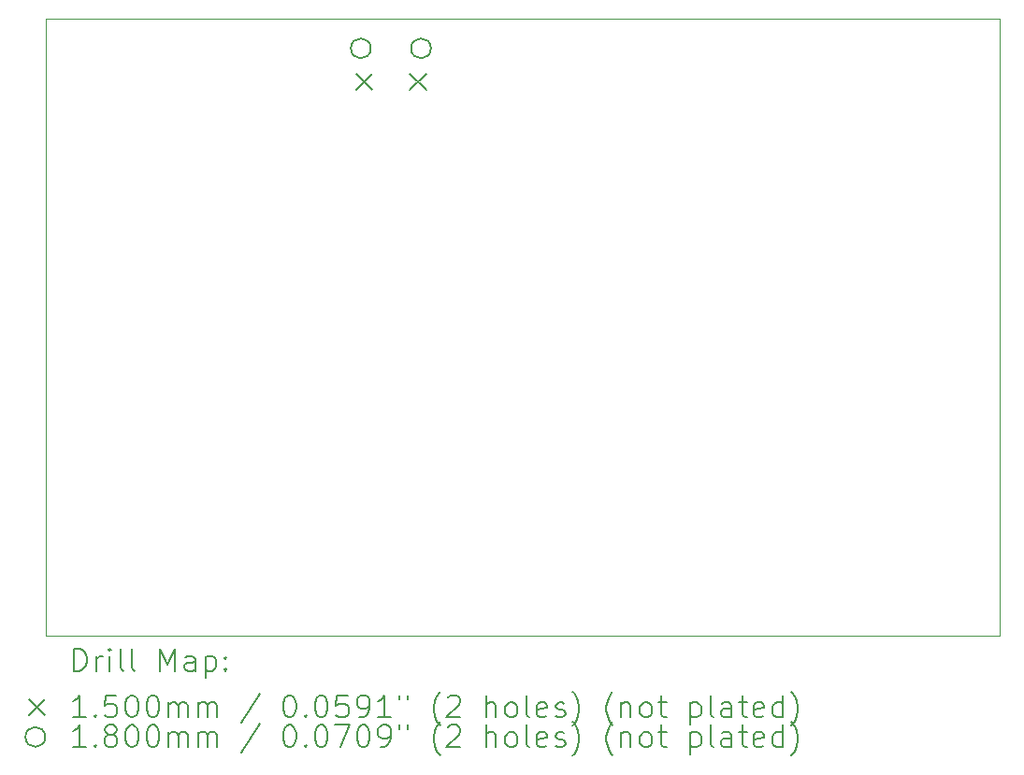
<source format=gbr>
%TF.GenerationSoftware,KiCad,Pcbnew,7.0.8*%
%TF.CreationDate,2023-11-16T15:54:05-08:00*%
%TF.ProjectId,wifi_pc_power_switch,77696669-5f70-4635-9f70-6f7765725f73,rev?*%
%TF.SameCoordinates,Original*%
%TF.FileFunction,Drillmap*%
%TF.FilePolarity,Positive*%
%FSLAX45Y45*%
G04 Gerber Fmt 4.5, Leading zero omitted, Abs format (unit mm)*
G04 Created by KiCad (PCBNEW 7.0.8) date 2023-11-16 15:54:05*
%MOMM*%
%LPD*%
G01*
G04 APERTURE LIST*
%ADD10C,0.100000*%
%ADD11C,0.200000*%
%ADD12C,0.150000*%
%ADD13C,0.180000*%
G04 APERTURE END LIST*
D10*
X13208000Y-7518400D02*
X21844000Y-7518400D01*
X21844000Y-13106400D01*
X13208000Y-13106400D01*
X13208000Y-7518400D01*
D11*
D12*
X16014700Y-8013400D02*
X16164700Y-8163400D01*
X16164700Y-8013400D02*
X16014700Y-8163400D01*
X16499700Y-8013400D02*
X16649700Y-8163400D01*
X16649700Y-8013400D02*
X16499700Y-8163400D01*
D13*
X16149700Y-7785400D02*
G75*
G03*
X16149700Y-7785400I-90000J0D01*
G01*
X16694700Y-7785400D02*
G75*
G03*
X16694700Y-7785400I-90000J0D01*
G01*
D11*
X13463777Y-13422884D02*
X13463777Y-13222884D01*
X13463777Y-13222884D02*
X13511396Y-13222884D01*
X13511396Y-13222884D02*
X13539967Y-13232408D01*
X13539967Y-13232408D02*
X13559015Y-13251455D01*
X13559015Y-13251455D02*
X13568539Y-13270503D01*
X13568539Y-13270503D02*
X13578062Y-13308598D01*
X13578062Y-13308598D02*
X13578062Y-13337169D01*
X13578062Y-13337169D02*
X13568539Y-13375265D01*
X13568539Y-13375265D02*
X13559015Y-13394312D01*
X13559015Y-13394312D02*
X13539967Y-13413360D01*
X13539967Y-13413360D02*
X13511396Y-13422884D01*
X13511396Y-13422884D02*
X13463777Y-13422884D01*
X13663777Y-13422884D02*
X13663777Y-13289550D01*
X13663777Y-13327646D02*
X13673301Y-13308598D01*
X13673301Y-13308598D02*
X13682824Y-13299074D01*
X13682824Y-13299074D02*
X13701872Y-13289550D01*
X13701872Y-13289550D02*
X13720920Y-13289550D01*
X13787586Y-13422884D02*
X13787586Y-13289550D01*
X13787586Y-13222884D02*
X13778062Y-13232408D01*
X13778062Y-13232408D02*
X13787586Y-13241931D01*
X13787586Y-13241931D02*
X13797110Y-13232408D01*
X13797110Y-13232408D02*
X13787586Y-13222884D01*
X13787586Y-13222884D02*
X13787586Y-13241931D01*
X13911396Y-13422884D02*
X13892348Y-13413360D01*
X13892348Y-13413360D02*
X13882824Y-13394312D01*
X13882824Y-13394312D02*
X13882824Y-13222884D01*
X14016158Y-13422884D02*
X13997110Y-13413360D01*
X13997110Y-13413360D02*
X13987586Y-13394312D01*
X13987586Y-13394312D02*
X13987586Y-13222884D01*
X14244729Y-13422884D02*
X14244729Y-13222884D01*
X14244729Y-13222884D02*
X14311396Y-13365741D01*
X14311396Y-13365741D02*
X14378062Y-13222884D01*
X14378062Y-13222884D02*
X14378062Y-13422884D01*
X14559015Y-13422884D02*
X14559015Y-13318122D01*
X14559015Y-13318122D02*
X14549491Y-13299074D01*
X14549491Y-13299074D02*
X14530443Y-13289550D01*
X14530443Y-13289550D02*
X14492348Y-13289550D01*
X14492348Y-13289550D02*
X14473301Y-13299074D01*
X14559015Y-13413360D02*
X14539967Y-13422884D01*
X14539967Y-13422884D02*
X14492348Y-13422884D01*
X14492348Y-13422884D02*
X14473301Y-13413360D01*
X14473301Y-13413360D02*
X14463777Y-13394312D01*
X14463777Y-13394312D02*
X14463777Y-13375265D01*
X14463777Y-13375265D02*
X14473301Y-13356217D01*
X14473301Y-13356217D02*
X14492348Y-13346693D01*
X14492348Y-13346693D02*
X14539967Y-13346693D01*
X14539967Y-13346693D02*
X14559015Y-13337169D01*
X14654253Y-13289550D02*
X14654253Y-13489550D01*
X14654253Y-13299074D02*
X14673301Y-13289550D01*
X14673301Y-13289550D02*
X14711396Y-13289550D01*
X14711396Y-13289550D02*
X14730443Y-13299074D01*
X14730443Y-13299074D02*
X14739967Y-13308598D01*
X14739967Y-13308598D02*
X14749491Y-13327646D01*
X14749491Y-13327646D02*
X14749491Y-13384788D01*
X14749491Y-13384788D02*
X14739967Y-13403836D01*
X14739967Y-13403836D02*
X14730443Y-13413360D01*
X14730443Y-13413360D02*
X14711396Y-13422884D01*
X14711396Y-13422884D02*
X14673301Y-13422884D01*
X14673301Y-13422884D02*
X14654253Y-13413360D01*
X14835205Y-13403836D02*
X14844729Y-13413360D01*
X14844729Y-13413360D02*
X14835205Y-13422884D01*
X14835205Y-13422884D02*
X14825682Y-13413360D01*
X14825682Y-13413360D02*
X14835205Y-13403836D01*
X14835205Y-13403836D02*
X14835205Y-13422884D01*
X14835205Y-13299074D02*
X14844729Y-13308598D01*
X14844729Y-13308598D02*
X14835205Y-13318122D01*
X14835205Y-13318122D02*
X14825682Y-13308598D01*
X14825682Y-13308598D02*
X14835205Y-13299074D01*
X14835205Y-13299074D02*
X14835205Y-13318122D01*
D12*
X13053000Y-13676400D02*
X13203000Y-13826400D01*
X13203000Y-13676400D02*
X13053000Y-13826400D01*
D11*
X13568539Y-13842884D02*
X13454253Y-13842884D01*
X13511396Y-13842884D02*
X13511396Y-13642884D01*
X13511396Y-13642884D02*
X13492348Y-13671455D01*
X13492348Y-13671455D02*
X13473301Y-13690503D01*
X13473301Y-13690503D02*
X13454253Y-13700027D01*
X13654253Y-13823836D02*
X13663777Y-13833360D01*
X13663777Y-13833360D02*
X13654253Y-13842884D01*
X13654253Y-13842884D02*
X13644729Y-13833360D01*
X13644729Y-13833360D02*
X13654253Y-13823836D01*
X13654253Y-13823836D02*
X13654253Y-13842884D01*
X13844729Y-13642884D02*
X13749491Y-13642884D01*
X13749491Y-13642884D02*
X13739967Y-13738122D01*
X13739967Y-13738122D02*
X13749491Y-13728598D01*
X13749491Y-13728598D02*
X13768539Y-13719074D01*
X13768539Y-13719074D02*
X13816158Y-13719074D01*
X13816158Y-13719074D02*
X13835205Y-13728598D01*
X13835205Y-13728598D02*
X13844729Y-13738122D01*
X13844729Y-13738122D02*
X13854253Y-13757169D01*
X13854253Y-13757169D02*
X13854253Y-13804788D01*
X13854253Y-13804788D02*
X13844729Y-13823836D01*
X13844729Y-13823836D02*
X13835205Y-13833360D01*
X13835205Y-13833360D02*
X13816158Y-13842884D01*
X13816158Y-13842884D02*
X13768539Y-13842884D01*
X13768539Y-13842884D02*
X13749491Y-13833360D01*
X13749491Y-13833360D02*
X13739967Y-13823836D01*
X13978062Y-13642884D02*
X13997110Y-13642884D01*
X13997110Y-13642884D02*
X14016158Y-13652408D01*
X14016158Y-13652408D02*
X14025682Y-13661931D01*
X14025682Y-13661931D02*
X14035205Y-13680979D01*
X14035205Y-13680979D02*
X14044729Y-13719074D01*
X14044729Y-13719074D02*
X14044729Y-13766693D01*
X14044729Y-13766693D02*
X14035205Y-13804788D01*
X14035205Y-13804788D02*
X14025682Y-13823836D01*
X14025682Y-13823836D02*
X14016158Y-13833360D01*
X14016158Y-13833360D02*
X13997110Y-13842884D01*
X13997110Y-13842884D02*
X13978062Y-13842884D01*
X13978062Y-13842884D02*
X13959015Y-13833360D01*
X13959015Y-13833360D02*
X13949491Y-13823836D01*
X13949491Y-13823836D02*
X13939967Y-13804788D01*
X13939967Y-13804788D02*
X13930443Y-13766693D01*
X13930443Y-13766693D02*
X13930443Y-13719074D01*
X13930443Y-13719074D02*
X13939967Y-13680979D01*
X13939967Y-13680979D02*
X13949491Y-13661931D01*
X13949491Y-13661931D02*
X13959015Y-13652408D01*
X13959015Y-13652408D02*
X13978062Y-13642884D01*
X14168539Y-13642884D02*
X14187586Y-13642884D01*
X14187586Y-13642884D02*
X14206634Y-13652408D01*
X14206634Y-13652408D02*
X14216158Y-13661931D01*
X14216158Y-13661931D02*
X14225682Y-13680979D01*
X14225682Y-13680979D02*
X14235205Y-13719074D01*
X14235205Y-13719074D02*
X14235205Y-13766693D01*
X14235205Y-13766693D02*
X14225682Y-13804788D01*
X14225682Y-13804788D02*
X14216158Y-13823836D01*
X14216158Y-13823836D02*
X14206634Y-13833360D01*
X14206634Y-13833360D02*
X14187586Y-13842884D01*
X14187586Y-13842884D02*
X14168539Y-13842884D01*
X14168539Y-13842884D02*
X14149491Y-13833360D01*
X14149491Y-13833360D02*
X14139967Y-13823836D01*
X14139967Y-13823836D02*
X14130443Y-13804788D01*
X14130443Y-13804788D02*
X14120920Y-13766693D01*
X14120920Y-13766693D02*
X14120920Y-13719074D01*
X14120920Y-13719074D02*
X14130443Y-13680979D01*
X14130443Y-13680979D02*
X14139967Y-13661931D01*
X14139967Y-13661931D02*
X14149491Y-13652408D01*
X14149491Y-13652408D02*
X14168539Y-13642884D01*
X14320920Y-13842884D02*
X14320920Y-13709550D01*
X14320920Y-13728598D02*
X14330443Y-13719074D01*
X14330443Y-13719074D02*
X14349491Y-13709550D01*
X14349491Y-13709550D02*
X14378063Y-13709550D01*
X14378063Y-13709550D02*
X14397110Y-13719074D01*
X14397110Y-13719074D02*
X14406634Y-13738122D01*
X14406634Y-13738122D02*
X14406634Y-13842884D01*
X14406634Y-13738122D02*
X14416158Y-13719074D01*
X14416158Y-13719074D02*
X14435205Y-13709550D01*
X14435205Y-13709550D02*
X14463777Y-13709550D01*
X14463777Y-13709550D02*
X14482824Y-13719074D01*
X14482824Y-13719074D02*
X14492348Y-13738122D01*
X14492348Y-13738122D02*
X14492348Y-13842884D01*
X14587586Y-13842884D02*
X14587586Y-13709550D01*
X14587586Y-13728598D02*
X14597110Y-13719074D01*
X14597110Y-13719074D02*
X14616158Y-13709550D01*
X14616158Y-13709550D02*
X14644729Y-13709550D01*
X14644729Y-13709550D02*
X14663777Y-13719074D01*
X14663777Y-13719074D02*
X14673301Y-13738122D01*
X14673301Y-13738122D02*
X14673301Y-13842884D01*
X14673301Y-13738122D02*
X14682824Y-13719074D01*
X14682824Y-13719074D02*
X14701872Y-13709550D01*
X14701872Y-13709550D02*
X14730443Y-13709550D01*
X14730443Y-13709550D02*
X14749491Y-13719074D01*
X14749491Y-13719074D02*
X14759015Y-13738122D01*
X14759015Y-13738122D02*
X14759015Y-13842884D01*
X15149491Y-13633360D02*
X14978063Y-13890503D01*
X15406634Y-13642884D02*
X15425682Y-13642884D01*
X15425682Y-13642884D02*
X15444729Y-13652408D01*
X15444729Y-13652408D02*
X15454253Y-13661931D01*
X15454253Y-13661931D02*
X15463777Y-13680979D01*
X15463777Y-13680979D02*
X15473301Y-13719074D01*
X15473301Y-13719074D02*
X15473301Y-13766693D01*
X15473301Y-13766693D02*
X15463777Y-13804788D01*
X15463777Y-13804788D02*
X15454253Y-13823836D01*
X15454253Y-13823836D02*
X15444729Y-13833360D01*
X15444729Y-13833360D02*
X15425682Y-13842884D01*
X15425682Y-13842884D02*
X15406634Y-13842884D01*
X15406634Y-13842884D02*
X15387586Y-13833360D01*
X15387586Y-13833360D02*
X15378063Y-13823836D01*
X15378063Y-13823836D02*
X15368539Y-13804788D01*
X15368539Y-13804788D02*
X15359015Y-13766693D01*
X15359015Y-13766693D02*
X15359015Y-13719074D01*
X15359015Y-13719074D02*
X15368539Y-13680979D01*
X15368539Y-13680979D02*
X15378063Y-13661931D01*
X15378063Y-13661931D02*
X15387586Y-13652408D01*
X15387586Y-13652408D02*
X15406634Y-13642884D01*
X15559015Y-13823836D02*
X15568539Y-13833360D01*
X15568539Y-13833360D02*
X15559015Y-13842884D01*
X15559015Y-13842884D02*
X15549491Y-13833360D01*
X15549491Y-13833360D02*
X15559015Y-13823836D01*
X15559015Y-13823836D02*
X15559015Y-13842884D01*
X15692348Y-13642884D02*
X15711396Y-13642884D01*
X15711396Y-13642884D02*
X15730444Y-13652408D01*
X15730444Y-13652408D02*
X15739967Y-13661931D01*
X15739967Y-13661931D02*
X15749491Y-13680979D01*
X15749491Y-13680979D02*
X15759015Y-13719074D01*
X15759015Y-13719074D02*
X15759015Y-13766693D01*
X15759015Y-13766693D02*
X15749491Y-13804788D01*
X15749491Y-13804788D02*
X15739967Y-13823836D01*
X15739967Y-13823836D02*
X15730444Y-13833360D01*
X15730444Y-13833360D02*
X15711396Y-13842884D01*
X15711396Y-13842884D02*
X15692348Y-13842884D01*
X15692348Y-13842884D02*
X15673301Y-13833360D01*
X15673301Y-13833360D02*
X15663777Y-13823836D01*
X15663777Y-13823836D02*
X15654253Y-13804788D01*
X15654253Y-13804788D02*
X15644729Y-13766693D01*
X15644729Y-13766693D02*
X15644729Y-13719074D01*
X15644729Y-13719074D02*
X15654253Y-13680979D01*
X15654253Y-13680979D02*
X15663777Y-13661931D01*
X15663777Y-13661931D02*
X15673301Y-13652408D01*
X15673301Y-13652408D02*
X15692348Y-13642884D01*
X15939967Y-13642884D02*
X15844729Y-13642884D01*
X15844729Y-13642884D02*
X15835206Y-13738122D01*
X15835206Y-13738122D02*
X15844729Y-13728598D01*
X15844729Y-13728598D02*
X15863777Y-13719074D01*
X15863777Y-13719074D02*
X15911396Y-13719074D01*
X15911396Y-13719074D02*
X15930444Y-13728598D01*
X15930444Y-13728598D02*
X15939967Y-13738122D01*
X15939967Y-13738122D02*
X15949491Y-13757169D01*
X15949491Y-13757169D02*
X15949491Y-13804788D01*
X15949491Y-13804788D02*
X15939967Y-13823836D01*
X15939967Y-13823836D02*
X15930444Y-13833360D01*
X15930444Y-13833360D02*
X15911396Y-13842884D01*
X15911396Y-13842884D02*
X15863777Y-13842884D01*
X15863777Y-13842884D02*
X15844729Y-13833360D01*
X15844729Y-13833360D02*
X15835206Y-13823836D01*
X16044729Y-13842884D02*
X16082825Y-13842884D01*
X16082825Y-13842884D02*
X16101872Y-13833360D01*
X16101872Y-13833360D02*
X16111396Y-13823836D01*
X16111396Y-13823836D02*
X16130444Y-13795265D01*
X16130444Y-13795265D02*
X16139967Y-13757169D01*
X16139967Y-13757169D02*
X16139967Y-13680979D01*
X16139967Y-13680979D02*
X16130444Y-13661931D01*
X16130444Y-13661931D02*
X16120920Y-13652408D01*
X16120920Y-13652408D02*
X16101872Y-13642884D01*
X16101872Y-13642884D02*
X16063777Y-13642884D01*
X16063777Y-13642884D02*
X16044729Y-13652408D01*
X16044729Y-13652408D02*
X16035206Y-13661931D01*
X16035206Y-13661931D02*
X16025682Y-13680979D01*
X16025682Y-13680979D02*
X16025682Y-13728598D01*
X16025682Y-13728598D02*
X16035206Y-13747646D01*
X16035206Y-13747646D02*
X16044729Y-13757169D01*
X16044729Y-13757169D02*
X16063777Y-13766693D01*
X16063777Y-13766693D02*
X16101872Y-13766693D01*
X16101872Y-13766693D02*
X16120920Y-13757169D01*
X16120920Y-13757169D02*
X16130444Y-13747646D01*
X16130444Y-13747646D02*
X16139967Y-13728598D01*
X16330444Y-13842884D02*
X16216158Y-13842884D01*
X16273301Y-13842884D02*
X16273301Y-13642884D01*
X16273301Y-13642884D02*
X16254253Y-13671455D01*
X16254253Y-13671455D02*
X16235206Y-13690503D01*
X16235206Y-13690503D02*
X16216158Y-13700027D01*
X16406634Y-13642884D02*
X16406634Y-13680979D01*
X16482825Y-13642884D02*
X16482825Y-13680979D01*
X16778063Y-13919074D02*
X16768539Y-13909550D01*
X16768539Y-13909550D02*
X16749491Y-13880979D01*
X16749491Y-13880979D02*
X16739968Y-13861931D01*
X16739968Y-13861931D02*
X16730444Y-13833360D01*
X16730444Y-13833360D02*
X16720920Y-13785741D01*
X16720920Y-13785741D02*
X16720920Y-13747646D01*
X16720920Y-13747646D02*
X16730444Y-13700027D01*
X16730444Y-13700027D02*
X16739968Y-13671455D01*
X16739968Y-13671455D02*
X16749491Y-13652408D01*
X16749491Y-13652408D02*
X16768539Y-13623836D01*
X16768539Y-13623836D02*
X16778063Y-13614312D01*
X16844730Y-13661931D02*
X16854253Y-13652408D01*
X16854253Y-13652408D02*
X16873301Y-13642884D01*
X16873301Y-13642884D02*
X16920920Y-13642884D01*
X16920920Y-13642884D02*
X16939968Y-13652408D01*
X16939968Y-13652408D02*
X16949491Y-13661931D01*
X16949491Y-13661931D02*
X16959015Y-13680979D01*
X16959015Y-13680979D02*
X16959015Y-13700027D01*
X16959015Y-13700027D02*
X16949491Y-13728598D01*
X16949491Y-13728598D02*
X16835206Y-13842884D01*
X16835206Y-13842884D02*
X16959015Y-13842884D01*
X17197111Y-13842884D02*
X17197111Y-13642884D01*
X17282825Y-13842884D02*
X17282825Y-13738122D01*
X17282825Y-13738122D02*
X17273301Y-13719074D01*
X17273301Y-13719074D02*
X17254253Y-13709550D01*
X17254253Y-13709550D02*
X17225682Y-13709550D01*
X17225682Y-13709550D02*
X17206634Y-13719074D01*
X17206634Y-13719074D02*
X17197111Y-13728598D01*
X17406634Y-13842884D02*
X17387587Y-13833360D01*
X17387587Y-13833360D02*
X17378063Y-13823836D01*
X17378063Y-13823836D02*
X17368539Y-13804788D01*
X17368539Y-13804788D02*
X17368539Y-13747646D01*
X17368539Y-13747646D02*
X17378063Y-13728598D01*
X17378063Y-13728598D02*
X17387587Y-13719074D01*
X17387587Y-13719074D02*
X17406634Y-13709550D01*
X17406634Y-13709550D02*
X17435206Y-13709550D01*
X17435206Y-13709550D02*
X17454253Y-13719074D01*
X17454253Y-13719074D02*
X17463777Y-13728598D01*
X17463777Y-13728598D02*
X17473301Y-13747646D01*
X17473301Y-13747646D02*
X17473301Y-13804788D01*
X17473301Y-13804788D02*
X17463777Y-13823836D01*
X17463777Y-13823836D02*
X17454253Y-13833360D01*
X17454253Y-13833360D02*
X17435206Y-13842884D01*
X17435206Y-13842884D02*
X17406634Y-13842884D01*
X17587587Y-13842884D02*
X17568539Y-13833360D01*
X17568539Y-13833360D02*
X17559015Y-13814312D01*
X17559015Y-13814312D02*
X17559015Y-13642884D01*
X17739968Y-13833360D02*
X17720920Y-13842884D01*
X17720920Y-13842884D02*
X17682825Y-13842884D01*
X17682825Y-13842884D02*
X17663777Y-13833360D01*
X17663777Y-13833360D02*
X17654253Y-13814312D01*
X17654253Y-13814312D02*
X17654253Y-13738122D01*
X17654253Y-13738122D02*
X17663777Y-13719074D01*
X17663777Y-13719074D02*
X17682825Y-13709550D01*
X17682825Y-13709550D02*
X17720920Y-13709550D01*
X17720920Y-13709550D02*
X17739968Y-13719074D01*
X17739968Y-13719074D02*
X17749492Y-13738122D01*
X17749492Y-13738122D02*
X17749492Y-13757169D01*
X17749492Y-13757169D02*
X17654253Y-13776217D01*
X17825682Y-13833360D02*
X17844730Y-13842884D01*
X17844730Y-13842884D02*
X17882825Y-13842884D01*
X17882825Y-13842884D02*
X17901873Y-13833360D01*
X17901873Y-13833360D02*
X17911396Y-13814312D01*
X17911396Y-13814312D02*
X17911396Y-13804788D01*
X17911396Y-13804788D02*
X17901873Y-13785741D01*
X17901873Y-13785741D02*
X17882825Y-13776217D01*
X17882825Y-13776217D02*
X17854253Y-13776217D01*
X17854253Y-13776217D02*
X17835206Y-13766693D01*
X17835206Y-13766693D02*
X17825682Y-13747646D01*
X17825682Y-13747646D02*
X17825682Y-13738122D01*
X17825682Y-13738122D02*
X17835206Y-13719074D01*
X17835206Y-13719074D02*
X17854253Y-13709550D01*
X17854253Y-13709550D02*
X17882825Y-13709550D01*
X17882825Y-13709550D02*
X17901873Y-13719074D01*
X17978063Y-13919074D02*
X17987587Y-13909550D01*
X17987587Y-13909550D02*
X18006634Y-13880979D01*
X18006634Y-13880979D02*
X18016158Y-13861931D01*
X18016158Y-13861931D02*
X18025682Y-13833360D01*
X18025682Y-13833360D02*
X18035206Y-13785741D01*
X18035206Y-13785741D02*
X18035206Y-13747646D01*
X18035206Y-13747646D02*
X18025682Y-13700027D01*
X18025682Y-13700027D02*
X18016158Y-13671455D01*
X18016158Y-13671455D02*
X18006634Y-13652408D01*
X18006634Y-13652408D02*
X17987587Y-13623836D01*
X17987587Y-13623836D02*
X17978063Y-13614312D01*
X18339968Y-13919074D02*
X18330444Y-13909550D01*
X18330444Y-13909550D02*
X18311396Y-13880979D01*
X18311396Y-13880979D02*
X18301873Y-13861931D01*
X18301873Y-13861931D02*
X18292349Y-13833360D01*
X18292349Y-13833360D02*
X18282825Y-13785741D01*
X18282825Y-13785741D02*
X18282825Y-13747646D01*
X18282825Y-13747646D02*
X18292349Y-13700027D01*
X18292349Y-13700027D02*
X18301873Y-13671455D01*
X18301873Y-13671455D02*
X18311396Y-13652408D01*
X18311396Y-13652408D02*
X18330444Y-13623836D01*
X18330444Y-13623836D02*
X18339968Y-13614312D01*
X18416158Y-13709550D02*
X18416158Y-13842884D01*
X18416158Y-13728598D02*
X18425682Y-13719074D01*
X18425682Y-13719074D02*
X18444730Y-13709550D01*
X18444730Y-13709550D02*
X18473301Y-13709550D01*
X18473301Y-13709550D02*
X18492349Y-13719074D01*
X18492349Y-13719074D02*
X18501873Y-13738122D01*
X18501873Y-13738122D02*
X18501873Y-13842884D01*
X18625682Y-13842884D02*
X18606634Y-13833360D01*
X18606634Y-13833360D02*
X18597111Y-13823836D01*
X18597111Y-13823836D02*
X18587587Y-13804788D01*
X18587587Y-13804788D02*
X18587587Y-13747646D01*
X18587587Y-13747646D02*
X18597111Y-13728598D01*
X18597111Y-13728598D02*
X18606634Y-13719074D01*
X18606634Y-13719074D02*
X18625682Y-13709550D01*
X18625682Y-13709550D02*
X18654254Y-13709550D01*
X18654254Y-13709550D02*
X18673301Y-13719074D01*
X18673301Y-13719074D02*
X18682825Y-13728598D01*
X18682825Y-13728598D02*
X18692349Y-13747646D01*
X18692349Y-13747646D02*
X18692349Y-13804788D01*
X18692349Y-13804788D02*
X18682825Y-13823836D01*
X18682825Y-13823836D02*
X18673301Y-13833360D01*
X18673301Y-13833360D02*
X18654254Y-13842884D01*
X18654254Y-13842884D02*
X18625682Y-13842884D01*
X18749492Y-13709550D02*
X18825682Y-13709550D01*
X18778063Y-13642884D02*
X18778063Y-13814312D01*
X18778063Y-13814312D02*
X18787587Y-13833360D01*
X18787587Y-13833360D02*
X18806634Y-13842884D01*
X18806634Y-13842884D02*
X18825682Y-13842884D01*
X19044730Y-13709550D02*
X19044730Y-13909550D01*
X19044730Y-13719074D02*
X19063777Y-13709550D01*
X19063777Y-13709550D02*
X19101873Y-13709550D01*
X19101873Y-13709550D02*
X19120920Y-13719074D01*
X19120920Y-13719074D02*
X19130444Y-13728598D01*
X19130444Y-13728598D02*
X19139968Y-13747646D01*
X19139968Y-13747646D02*
X19139968Y-13804788D01*
X19139968Y-13804788D02*
X19130444Y-13823836D01*
X19130444Y-13823836D02*
X19120920Y-13833360D01*
X19120920Y-13833360D02*
X19101873Y-13842884D01*
X19101873Y-13842884D02*
X19063777Y-13842884D01*
X19063777Y-13842884D02*
X19044730Y-13833360D01*
X19254254Y-13842884D02*
X19235206Y-13833360D01*
X19235206Y-13833360D02*
X19225682Y-13814312D01*
X19225682Y-13814312D02*
X19225682Y-13642884D01*
X19416158Y-13842884D02*
X19416158Y-13738122D01*
X19416158Y-13738122D02*
X19406635Y-13719074D01*
X19406635Y-13719074D02*
X19387587Y-13709550D01*
X19387587Y-13709550D02*
X19349492Y-13709550D01*
X19349492Y-13709550D02*
X19330444Y-13719074D01*
X19416158Y-13833360D02*
X19397111Y-13842884D01*
X19397111Y-13842884D02*
X19349492Y-13842884D01*
X19349492Y-13842884D02*
X19330444Y-13833360D01*
X19330444Y-13833360D02*
X19320920Y-13814312D01*
X19320920Y-13814312D02*
X19320920Y-13795265D01*
X19320920Y-13795265D02*
X19330444Y-13776217D01*
X19330444Y-13776217D02*
X19349492Y-13766693D01*
X19349492Y-13766693D02*
X19397111Y-13766693D01*
X19397111Y-13766693D02*
X19416158Y-13757169D01*
X19482825Y-13709550D02*
X19559015Y-13709550D01*
X19511396Y-13642884D02*
X19511396Y-13814312D01*
X19511396Y-13814312D02*
X19520920Y-13833360D01*
X19520920Y-13833360D02*
X19539968Y-13842884D01*
X19539968Y-13842884D02*
X19559015Y-13842884D01*
X19701873Y-13833360D02*
X19682825Y-13842884D01*
X19682825Y-13842884D02*
X19644730Y-13842884D01*
X19644730Y-13842884D02*
X19625682Y-13833360D01*
X19625682Y-13833360D02*
X19616158Y-13814312D01*
X19616158Y-13814312D02*
X19616158Y-13738122D01*
X19616158Y-13738122D02*
X19625682Y-13719074D01*
X19625682Y-13719074D02*
X19644730Y-13709550D01*
X19644730Y-13709550D02*
X19682825Y-13709550D01*
X19682825Y-13709550D02*
X19701873Y-13719074D01*
X19701873Y-13719074D02*
X19711396Y-13738122D01*
X19711396Y-13738122D02*
X19711396Y-13757169D01*
X19711396Y-13757169D02*
X19616158Y-13776217D01*
X19882825Y-13842884D02*
X19882825Y-13642884D01*
X19882825Y-13833360D02*
X19863777Y-13842884D01*
X19863777Y-13842884D02*
X19825682Y-13842884D01*
X19825682Y-13842884D02*
X19806635Y-13833360D01*
X19806635Y-13833360D02*
X19797111Y-13823836D01*
X19797111Y-13823836D02*
X19787587Y-13804788D01*
X19787587Y-13804788D02*
X19787587Y-13747646D01*
X19787587Y-13747646D02*
X19797111Y-13728598D01*
X19797111Y-13728598D02*
X19806635Y-13719074D01*
X19806635Y-13719074D02*
X19825682Y-13709550D01*
X19825682Y-13709550D02*
X19863777Y-13709550D01*
X19863777Y-13709550D02*
X19882825Y-13719074D01*
X19959016Y-13919074D02*
X19968539Y-13909550D01*
X19968539Y-13909550D02*
X19987587Y-13880979D01*
X19987587Y-13880979D02*
X19997111Y-13861931D01*
X19997111Y-13861931D02*
X20006635Y-13833360D01*
X20006635Y-13833360D02*
X20016158Y-13785741D01*
X20016158Y-13785741D02*
X20016158Y-13747646D01*
X20016158Y-13747646D02*
X20006635Y-13700027D01*
X20006635Y-13700027D02*
X19997111Y-13671455D01*
X19997111Y-13671455D02*
X19987587Y-13652408D01*
X19987587Y-13652408D02*
X19968539Y-13623836D01*
X19968539Y-13623836D02*
X19959016Y-13614312D01*
D13*
X13203000Y-14021400D02*
G75*
G03*
X13203000Y-14021400I-90000J0D01*
G01*
D11*
X13568539Y-14112884D02*
X13454253Y-14112884D01*
X13511396Y-14112884D02*
X13511396Y-13912884D01*
X13511396Y-13912884D02*
X13492348Y-13941455D01*
X13492348Y-13941455D02*
X13473301Y-13960503D01*
X13473301Y-13960503D02*
X13454253Y-13970027D01*
X13654253Y-14093836D02*
X13663777Y-14103360D01*
X13663777Y-14103360D02*
X13654253Y-14112884D01*
X13654253Y-14112884D02*
X13644729Y-14103360D01*
X13644729Y-14103360D02*
X13654253Y-14093836D01*
X13654253Y-14093836D02*
X13654253Y-14112884D01*
X13778062Y-13998598D02*
X13759015Y-13989074D01*
X13759015Y-13989074D02*
X13749491Y-13979550D01*
X13749491Y-13979550D02*
X13739967Y-13960503D01*
X13739967Y-13960503D02*
X13739967Y-13950979D01*
X13739967Y-13950979D02*
X13749491Y-13931931D01*
X13749491Y-13931931D02*
X13759015Y-13922408D01*
X13759015Y-13922408D02*
X13778062Y-13912884D01*
X13778062Y-13912884D02*
X13816158Y-13912884D01*
X13816158Y-13912884D02*
X13835205Y-13922408D01*
X13835205Y-13922408D02*
X13844729Y-13931931D01*
X13844729Y-13931931D02*
X13854253Y-13950979D01*
X13854253Y-13950979D02*
X13854253Y-13960503D01*
X13854253Y-13960503D02*
X13844729Y-13979550D01*
X13844729Y-13979550D02*
X13835205Y-13989074D01*
X13835205Y-13989074D02*
X13816158Y-13998598D01*
X13816158Y-13998598D02*
X13778062Y-13998598D01*
X13778062Y-13998598D02*
X13759015Y-14008122D01*
X13759015Y-14008122D02*
X13749491Y-14017646D01*
X13749491Y-14017646D02*
X13739967Y-14036693D01*
X13739967Y-14036693D02*
X13739967Y-14074788D01*
X13739967Y-14074788D02*
X13749491Y-14093836D01*
X13749491Y-14093836D02*
X13759015Y-14103360D01*
X13759015Y-14103360D02*
X13778062Y-14112884D01*
X13778062Y-14112884D02*
X13816158Y-14112884D01*
X13816158Y-14112884D02*
X13835205Y-14103360D01*
X13835205Y-14103360D02*
X13844729Y-14093836D01*
X13844729Y-14093836D02*
X13854253Y-14074788D01*
X13854253Y-14074788D02*
X13854253Y-14036693D01*
X13854253Y-14036693D02*
X13844729Y-14017646D01*
X13844729Y-14017646D02*
X13835205Y-14008122D01*
X13835205Y-14008122D02*
X13816158Y-13998598D01*
X13978062Y-13912884D02*
X13997110Y-13912884D01*
X13997110Y-13912884D02*
X14016158Y-13922408D01*
X14016158Y-13922408D02*
X14025682Y-13931931D01*
X14025682Y-13931931D02*
X14035205Y-13950979D01*
X14035205Y-13950979D02*
X14044729Y-13989074D01*
X14044729Y-13989074D02*
X14044729Y-14036693D01*
X14044729Y-14036693D02*
X14035205Y-14074788D01*
X14035205Y-14074788D02*
X14025682Y-14093836D01*
X14025682Y-14093836D02*
X14016158Y-14103360D01*
X14016158Y-14103360D02*
X13997110Y-14112884D01*
X13997110Y-14112884D02*
X13978062Y-14112884D01*
X13978062Y-14112884D02*
X13959015Y-14103360D01*
X13959015Y-14103360D02*
X13949491Y-14093836D01*
X13949491Y-14093836D02*
X13939967Y-14074788D01*
X13939967Y-14074788D02*
X13930443Y-14036693D01*
X13930443Y-14036693D02*
X13930443Y-13989074D01*
X13930443Y-13989074D02*
X13939967Y-13950979D01*
X13939967Y-13950979D02*
X13949491Y-13931931D01*
X13949491Y-13931931D02*
X13959015Y-13922408D01*
X13959015Y-13922408D02*
X13978062Y-13912884D01*
X14168539Y-13912884D02*
X14187586Y-13912884D01*
X14187586Y-13912884D02*
X14206634Y-13922408D01*
X14206634Y-13922408D02*
X14216158Y-13931931D01*
X14216158Y-13931931D02*
X14225682Y-13950979D01*
X14225682Y-13950979D02*
X14235205Y-13989074D01*
X14235205Y-13989074D02*
X14235205Y-14036693D01*
X14235205Y-14036693D02*
X14225682Y-14074788D01*
X14225682Y-14074788D02*
X14216158Y-14093836D01*
X14216158Y-14093836D02*
X14206634Y-14103360D01*
X14206634Y-14103360D02*
X14187586Y-14112884D01*
X14187586Y-14112884D02*
X14168539Y-14112884D01*
X14168539Y-14112884D02*
X14149491Y-14103360D01*
X14149491Y-14103360D02*
X14139967Y-14093836D01*
X14139967Y-14093836D02*
X14130443Y-14074788D01*
X14130443Y-14074788D02*
X14120920Y-14036693D01*
X14120920Y-14036693D02*
X14120920Y-13989074D01*
X14120920Y-13989074D02*
X14130443Y-13950979D01*
X14130443Y-13950979D02*
X14139967Y-13931931D01*
X14139967Y-13931931D02*
X14149491Y-13922408D01*
X14149491Y-13922408D02*
X14168539Y-13912884D01*
X14320920Y-14112884D02*
X14320920Y-13979550D01*
X14320920Y-13998598D02*
X14330443Y-13989074D01*
X14330443Y-13989074D02*
X14349491Y-13979550D01*
X14349491Y-13979550D02*
X14378063Y-13979550D01*
X14378063Y-13979550D02*
X14397110Y-13989074D01*
X14397110Y-13989074D02*
X14406634Y-14008122D01*
X14406634Y-14008122D02*
X14406634Y-14112884D01*
X14406634Y-14008122D02*
X14416158Y-13989074D01*
X14416158Y-13989074D02*
X14435205Y-13979550D01*
X14435205Y-13979550D02*
X14463777Y-13979550D01*
X14463777Y-13979550D02*
X14482824Y-13989074D01*
X14482824Y-13989074D02*
X14492348Y-14008122D01*
X14492348Y-14008122D02*
X14492348Y-14112884D01*
X14587586Y-14112884D02*
X14587586Y-13979550D01*
X14587586Y-13998598D02*
X14597110Y-13989074D01*
X14597110Y-13989074D02*
X14616158Y-13979550D01*
X14616158Y-13979550D02*
X14644729Y-13979550D01*
X14644729Y-13979550D02*
X14663777Y-13989074D01*
X14663777Y-13989074D02*
X14673301Y-14008122D01*
X14673301Y-14008122D02*
X14673301Y-14112884D01*
X14673301Y-14008122D02*
X14682824Y-13989074D01*
X14682824Y-13989074D02*
X14701872Y-13979550D01*
X14701872Y-13979550D02*
X14730443Y-13979550D01*
X14730443Y-13979550D02*
X14749491Y-13989074D01*
X14749491Y-13989074D02*
X14759015Y-14008122D01*
X14759015Y-14008122D02*
X14759015Y-14112884D01*
X15149491Y-13903360D02*
X14978063Y-14160503D01*
X15406634Y-13912884D02*
X15425682Y-13912884D01*
X15425682Y-13912884D02*
X15444729Y-13922408D01*
X15444729Y-13922408D02*
X15454253Y-13931931D01*
X15454253Y-13931931D02*
X15463777Y-13950979D01*
X15463777Y-13950979D02*
X15473301Y-13989074D01*
X15473301Y-13989074D02*
X15473301Y-14036693D01*
X15473301Y-14036693D02*
X15463777Y-14074788D01*
X15463777Y-14074788D02*
X15454253Y-14093836D01*
X15454253Y-14093836D02*
X15444729Y-14103360D01*
X15444729Y-14103360D02*
X15425682Y-14112884D01*
X15425682Y-14112884D02*
X15406634Y-14112884D01*
X15406634Y-14112884D02*
X15387586Y-14103360D01*
X15387586Y-14103360D02*
X15378063Y-14093836D01*
X15378063Y-14093836D02*
X15368539Y-14074788D01*
X15368539Y-14074788D02*
X15359015Y-14036693D01*
X15359015Y-14036693D02*
X15359015Y-13989074D01*
X15359015Y-13989074D02*
X15368539Y-13950979D01*
X15368539Y-13950979D02*
X15378063Y-13931931D01*
X15378063Y-13931931D02*
X15387586Y-13922408D01*
X15387586Y-13922408D02*
X15406634Y-13912884D01*
X15559015Y-14093836D02*
X15568539Y-14103360D01*
X15568539Y-14103360D02*
X15559015Y-14112884D01*
X15559015Y-14112884D02*
X15549491Y-14103360D01*
X15549491Y-14103360D02*
X15559015Y-14093836D01*
X15559015Y-14093836D02*
X15559015Y-14112884D01*
X15692348Y-13912884D02*
X15711396Y-13912884D01*
X15711396Y-13912884D02*
X15730444Y-13922408D01*
X15730444Y-13922408D02*
X15739967Y-13931931D01*
X15739967Y-13931931D02*
X15749491Y-13950979D01*
X15749491Y-13950979D02*
X15759015Y-13989074D01*
X15759015Y-13989074D02*
X15759015Y-14036693D01*
X15759015Y-14036693D02*
X15749491Y-14074788D01*
X15749491Y-14074788D02*
X15739967Y-14093836D01*
X15739967Y-14093836D02*
X15730444Y-14103360D01*
X15730444Y-14103360D02*
X15711396Y-14112884D01*
X15711396Y-14112884D02*
X15692348Y-14112884D01*
X15692348Y-14112884D02*
X15673301Y-14103360D01*
X15673301Y-14103360D02*
X15663777Y-14093836D01*
X15663777Y-14093836D02*
X15654253Y-14074788D01*
X15654253Y-14074788D02*
X15644729Y-14036693D01*
X15644729Y-14036693D02*
X15644729Y-13989074D01*
X15644729Y-13989074D02*
X15654253Y-13950979D01*
X15654253Y-13950979D02*
X15663777Y-13931931D01*
X15663777Y-13931931D02*
X15673301Y-13922408D01*
X15673301Y-13922408D02*
X15692348Y-13912884D01*
X15825682Y-13912884D02*
X15959015Y-13912884D01*
X15959015Y-13912884D02*
X15873301Y-14112884D01*
X16073301Y-13912884D02*
X16092348Y-13912884D01*
X16092348Y-13912884D02*
X16111396Y-13922408D01*
X16111396Y-13922408D02*
X16120920Y-13931931D01*
X16120920Y-13931931D02*
X16130444Y-13950979D01*
X16130444Y-13950979D02*
X16139967Y-13989074D01*
X16139967Y-13989074D02*
X16139967Y-14036693D01*
X16139967Y-14036693D02*
X16130444Y-14074788D01*
X16130444Y-14074788D02*
X16120920Y-14093836D01*
X16120920Y-14093836D02*
X16111396Y-14103360D01*
X16111396Y-14103360D02*
X16092348Y-14112884D01*
X16092348Y-14112884D02*
X16073301Y-14112884D01*
X16073301Y-14112884D02*
X16054253Y-14103360D01*
X16054253Y-14103360D02*
X16044729Y-14093836D01*
X16044729Y-14093836D02*
X16035206Y-14074788D01*
X16035206Y-14074788D02*
X16025682Y-14036693D01*
X16025682Y-14036693D02*
X16025682Y-13989074D01*
X16025682Y-13989074D02*
X16035206Y-13950979D01*
X16035206Y-13950979D02*
X16044729Y-13931931D01*
X16044729Y-13931931D02*
X16054253Y-13922408D01*
X16054253Y-13922408D02*
X16073301Y-13912884D01*
X16235206Y-14112884D02*
X16273301Y-14112884D01*
X16273301Y-14112884D02*
X16292348Y-14103360D01*
X16292348Y-14103360D02*
X16301872Y-14093836D01*
X16301872Y-14093836D02*
X16320920Y-14065265D01*
X16320920Y-14065265D02*
X16330444Y-14027169D01*
X16330444Y-14027169D02*
X16330444Y-13950979D01*
X16330444Y-13950979D02*
X16320920Y-13931931D01*
X16320920Y-13931931D02*
X16311396Y-13922408D01*
X16311396Y-13922408D02*
X16292348Y-13912884D01*
X16292348Y-13912884D02*
X16254253Y-13912884D01*
X16254253Y-13912884D02*
X16235206Y-13922408D01*
X16235206Y-13922408D02*
X16225682Y-13931931D01*
X16225682Y-13931931D02*
X16216158Y-13950979D01*
X16216158Y-13950979D02*
X16216158Y-13998598D01*
X16216158Y-13998598D02*
X16225682Y-14017646D01*
X16225682Y-14017646D02*
X16235206Y-14027169D01*
X16235206Y-14027169D02*
X16254253Y-14036693D01*
X16254253Y-14036693D02*
X16292348Y-14036693D01*
X16292348Y-14036693D02*
X16311396Y-14027169D01*
X16311396Y-14027169D02*
X16320920Y-14017646D01*
X16320920Y-14017646D02*
X16330444Y-13998598D01*
X16406634Y-13912884D02*
X16406634Y-13950979D01*
X16482825Y-13912884D02*
X16482825Y-13950979D01*
X16778063Y-14189074D02*
X16768539Y-14179550D01*
X16768539Y-14179550D02*
X16749491Y-14150979D01*
X16749491Y-14150979D02*
X16739968Y-14131931D01*
X16739968Y-14131931D02*
X16730444Y-14103360D01*
X16730444Y-14103360D02*
X16720920Y-14055741D01*
X16720920Y-14055741D02*
X16720920Y-14017646D01*
X16720920Y-14017646D02*
X16730444Y-13970027D01*
X16730444Y-13970027D02*
X16739968Y-13941455D01*
X16739968Y-13941455D02*
X16749491Y-13922408D01*
X16749491Y-13922408D02*
X16768539Y-13893836D01*
X16768539Y-13893836D02*
X16778063Y-13884312D01*
X16844730Y-13931931D02*
X16854253Y-13922408D01*
X16854253Y-13922408D02*
X16873301Y-13912884D01*
X16873301Y-13912884D02*
X16920920Y-13912884D01*
X16920920Y-13912884D02*
X16939968Y-13922408D01*
X16939968Y-13922408D02*
X16949491Y-13931931D01*
X16949491Y-13931931D02*
X16959015Y-13950979D01*
X16959015Y-13950979D02*
X16959015Y-13970027D01*
X16959015Y-13970027D02*
X16949491Y-13998598D01*
X16949491Y-13998598D02*
X16835206Y-14112884D01*
X16835206Y-14112884D02*
X16959015Y-14112884D01*
X17197111Y-14112884D02*
X17197111Y-13912884D01*
X17282825Y-14112884D02*
X17282825Y-14008122D01*
X17282825Y-14008122D02*
X17273301Y-13989074D01*
X17273301Y-13989074D02*
X17254253Y-13979550D01*
X17254253Y-13979550D02*
X17225682Y-13979550D01*
X17225682Y-13979550D02*
X17206634Y-13989074D01*
X17206634Y-13989074D02*
X17197111Y-13998598D01*
X17406634Y-14112884D02*
X17387587Y-14103360D01*
X17387587Y-14103360D02*
X17378063Y-14093836D01*
X17378063Y-14093836D02*
X17368539Y-14074788D01*
X17368539Y-14074788D02*
X17368539Y-14017646D01*
X17368539Y-14017646D02*
X17378063Y-13998598D01*
X17378063Y-13998598D02*
X17387587Y-13989074D01*
X17387587Y-13989074D02*
X17406634Y-13979550D01*
X17406634Y-13979550D02*
X17435206Y-13979550D01*
X17435206Y-13979550D02*
X17454253Y-13989074D01*
X17454253Y-13989074D02*
X17463777Y-13998598D01*
X17463777Y-13998598D02*
X17473301Y-14017646D01*
X17473301Y-14017646D02*
X17473301Y-14074788D01*
X17473301Y-14074788D02*
X17463777Y-14093836D01*
X17463777Y-14093836D02*
X17454253Y-14103360D01*
X17454253Y-14103360D02*
X17435206Y-14112884D01*
X17435206Y-14112884D02*
X17406634Y-14112884D01*
X17587587Y-14112884D02*
X17568539Y-14103360D01*
X17568539Y-14103360D02*
X17559015Y-14084312D01*
X17559015Y-14084312D02*
X17559015Y-13912884D01*
X17739968Y-14103360D02*
X17720920Y-14112884D01*
X17720920Y-14112884D02*
X17682825Y-14112884D01*
X17682825Y-14112884D02*
X17663777Y-14103360D01*
X17663777Y-14103360D02*
X17654253Y-14084312D01*
X17654253Y-14084312D02*
X17654253Y-14008122D01*
X17654253Y-14008122D02*
X17663777Y-13989074D01*
X17663777Y-13989074D02*
X17682825Y-13979550D01*
X17682825Y-13979550D02*
X17720920Y-13979550D01*
X17720920Y-13979550D02*
X17739968Y-13989074D01*
X17739968Y-13989074D02*
X17749492Y-14008122D01*
X17749492Y-14008122D02*
X17749492Y-14027169D01*
X17749492Y-14027169D02*
X17654253Y-14046217D01*
X17825682Y-14103360D02*
X17844730Y-14112884D01*
X17844730Y-14112884D02*
X17882825Y-14112884D01*
X17882825Y-14112884D02*
X17901873Y-14103360D01*
X17901873Y-14103360D02*
X17911396Y-14084312D01*
X17911396Y-14084312D02*
X17911396Y-14074788D01*
X17911396Y-14074788D02*
X17901873Y-14055741D01*
X17901873Y-14055741D02*
X17882825Y-14046217D01*
X17882825Y-14046217D02*
X17854253Y-14046217D01*
X17854253Y-14046217D02*
X17835206Y-14036693D01*
X17835206Y-14036693D02*
X17825682Y-14017646D01*
X17825682Y-14017646D02*
X17825682Y-14008122D01*
X17825682Y-14008122D02*
X17835206Y-13989074D01*
X17835206Y-13989074D02*
X17854253Y-13979550D01*
X17854253Y-13979550D02*
X17882825Y-13979550D01*
X17882825Y-13979550D02*
X17901873Y-13989074D01*
X17978063Y-14189074D02*
X17987587Y-14179550D01*
X17987587Y-14179550D02*
X18006634Y-14150979D01*
X18006634Y-14150979D02*
X18016158Y-14131931D01*
X18016158Y-14131931D02*
X18025682Y-14103360D01*
X18025682Y-14103360D02*
X18035206Y-14055741D01*
X18035206Y-14055741D02*
X18035206Y-14017646D01*
X18035206Y-14017646D02*
X18025682Y-13970027D01*
X18025682Y-13970027D02*
X18016158Y-13941455D01*
X18016158Y-13941455D02*
X18006634Y-13922408D01*
X18006634Y-13922408D02*
X17987587Y-13893836D01*
X17987587Y-13893836D02*
X17978063Y-13884312D01*
X18339968Y-14189074D02*
X18330444Y-14179550D01*
X18330444Y-14179550D02*
X18311396Y-14150979D01*
X18311396Y-14150979D02*
X18301873Y-14131931D01*
X18301873Y-14131931D02*
X18292349Y-14103360D01*
X18292349Y-14103360D02*
X18282825Y-14055741D01*
X18282825Y-14055741D02*
X18282825Y-14017646D01*
X18282825Y-14017646D02*
X18292349Y-13970027D01*
X18292349Y-13970027D02*
X18301873Y-13941455D01*
X18301873Y-13941455D02*
X18311396Y-13922408D01*
X18311396Y-13922408D02*
X18330444Y-13893836D01*
X18330444Y-13893836D02*
X18339968Y-13884312D01*
X18416158Y-13979550D02*
X18416158Y-14112884D01*
X18416158Y-13998598D02*
X18425682Y-13989074D01*
X18425682Y-13989074D02*
X18444730Y-13979550D01*
X18444730Y-13979550D02*
X18473301Y-13979550D01*
X18473301Y-13979550D02*
X18492349Y-13989074D01*
X18492349Y-13989074D02*
X18501873Y-14008122D01*
X18501873Y-14008122D02*
X18501873Y-14112884D01*
X18625682Y-14112884D02*
X18606634Y-14103360D01*
X18606634Y-14103360D02*
X18597111Y-14093836D01*
X18597111Y-14093836D02*
X18587587Y-14074788D01*
X18587587Y-14074788D02*
X18587587Y-14017646D01*
X18587587Y-14017646D02*
X18597111Y-13998598D01*
X18597111Y-13998598D02*
X18606634Y-13989074D01*
X18606634Y-13989074D02*
X18625682Y-13979550D01*
X18625682Y-13979550D02*
X18654254Y-13979550D01*
X18654254Y-13979550D02*
X18673301Y-13989074D01*
X18673301Y-13989074D02*
X18682825Y-13998598D01*
X18682825Y-13998598D02*
X18692349Y-14017646D01*
X18692349Y-14017646D02*
X18692349Y-14074788D01*
X18692349Y-14074788D02*
X18682825Y-14093836D01*
X18682825Y-14093836D02*
X18673301Y-14103360D01*
X18673301Y-14103360D02*
X18654254Y-14112884D01*
X18654254Y-14112884D02*
X18625682Y-14112884D01*
X18749492Y-13979550D02*
X18825682Y-13979550D01*
X18778063Y-13912884D02*
X18778063Y-14084312D01*
X18778063Y-14084312D02*
X18787587Y-14103360D01*
X18787587Y-14103360D02*
X18806634Y-14112884D01*
X18806634Y-14112884D02*
X18825682Y-14112884D01*
X19044730Y-13979550D02*
X19044730Y-14179550D01*
X19044730Y-13989074D02*
X19063777Y-13979550D01*
X19063777Y-13979550D02*
X19101873Y-13979550D01*
X19101873Y-13979550D02*
X19120920Y-13989074D01*
X19120920Y-13989074D02*
X19130444Y-13998598D01*
X19130444Y-13998598D02*
X19139968Y-14017646D01*
X19139968Y-14017646D02*
X19139968Y-14074788D01*
X19139968Y-14074788D02*
X19130444Y-14093836D01*
X19130444Y-14093836D02*
X19120920Y-14103360D01*
X19120920Y-14103360D02*
X19101873Y-14112884D01*
X19101873Y-14112884D02*
X19063777Y-14112884D01*
X19063777Y-14112884D02*
X19044730Y-14103360D01*
X19254254Y-14112884D02*
X19235206Y-14103360D01*
X19235206Y-14103360D02*
X19225682Y-14084312D01*
X19225682Y-14084312D02*
X19225682Y-13912884D01*
X19416158Y-14112884D02*
X19416158Y-14008122D01*
X19416158Y-14008122D02*
X19406635Y-13989074D01*
X19406635Y-13989074D02*
X19387587Y-13979550D01*
X19387587Y-13979550D02*
X19349492Y-13979550D01*
X19349492Y-13979550D02*
X19330444Y-13989074D01*
X19416158Y-14103360D02*
X19397111Y-14112884D01*
X19397111Y-14112884D02*
X19349492Y-14112884D01*
X19349492Y-14112884D02*
X19330444Y-14103360D01*
X19330444Y-14103360D02*
X19320920Y-14084312D01*
X19320920Y-14084312D02*
X19320920Y-14065265D01*
X19320920Y-14065265D02*
X19330444Y-14046217D01*
X19330444Y-14046217D02*
X19349492Y-14036693D01*
X19349492Y-14036693D02*
X19397111Y-14036693D01*
X19397111Y-14036693D02*
X19416158Y-14027169D01*
X19482825Y-13979550D02*
X19559015Y-13979550D01*
X19511396Y-13912884D02*
X19511396Y-14084312D01*
X19511396Y-14084312D02*
X19520920Y-14103360D01*
X19520920Y-14103360D02*
X19539968Y-14112884D01*
X19539968Y-14112884D02*
X19559015Y-14112884D01*
X19701873Y-14103360D02*
X19682825Y-14112884D01*
X19682825Y-14112884D02*
X19644730Y-14112884D01*
X19644730Y-14112884D02*
X19625682Y-14103360D01*
X19625682Y-14103360D02*
X19616158Y-14084312D01*
X19616158Y-14084312D02*
X19616158Y-14008122D01*
X19616158Y-14008122D02*
X19625682Y-13989074D01*
X19625682Y-13989074D02*
X19644730Y-13979550D01*
X19644730Y-13979550D02*
X19682825Y-13979550D01*
X19682825Y-13979550D02*
X19701873Y-13989074D01*
X19701873Y-13989074D02*
X19711396Y-14008122D01*
X19711396Y-14008122D02*
X19711396Y-14027169D01*
X19711396Y-14027169D02*
X19616158Y-14046217D01*
X19882825Y-14112884D02*
X19882825Y-13912884D01*
X19882825Y-14103360D02*
X19863777Y-14112884D01*
X19863777Y-14112884D02*
X19825682Y-14112884D01*
X19825682Y-14112884D02*
X19806635Y-14103360D01*
X19806635Y-14103360D02*
X19797111Y-14093836D01*
X19797111Y-14093836D02*
X19787587Y-14074788D01*
X19787587Y-14074788D02*
X19787587Y-14017646D01*
X19787587Y-14017646D02*
X19797111Y-13998598D01*
X19797111Y-13998598D02*
X19806635Y-13989074D01*
X19806635Y-13989074D02*
X19825682Y-13979550D01*
X19825682Y-13979550D02*
X19863777Y-13979550D01*
X19863777Y-13979550D02*
X19882825Y-13989074D01*
X19959016Y-14189074D02*
X19968539Y-14179550D01*
X19968539Y-14179550D02*
X19987587Y-14150979D01*
X19987587Y-14150979D02*
X19997111Y-14131931D01*
X19997111Y-14131931D02*
X20006635Y-14103360D01*
X20006635Y-14103360D02*
X20016158Y-14055741D01*
X20016158Y-14055741D02*
X20016158Y-14017646D01*
X20016158Y-14017646D02*
X20006635Y-13970027D01*
X20006635Y-13970027D02*
X19997111Y-13941455D01*
X19997111Y-13941455D02*
X19987587Y-13922408D01*
X19987587Y-13922408D02*
X19968539Y-13893836D01*
X19968539Y-13893836D02*
X19959016Y-13884312D01*
M02*

</source>
